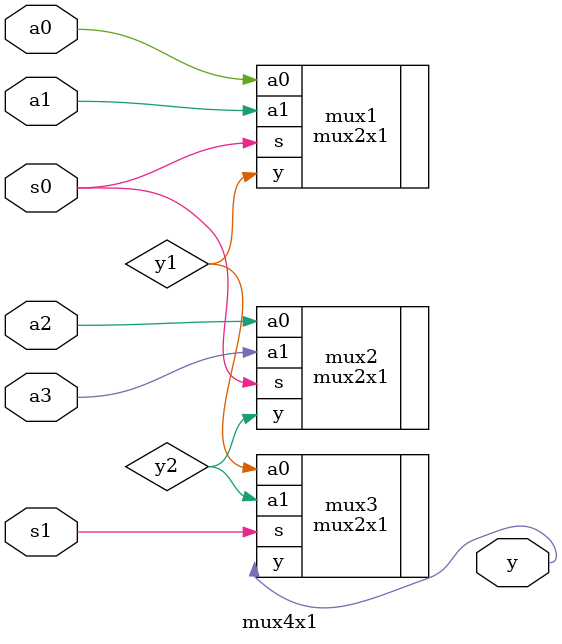
<source format=v>
`include "mux2x1.v"

module mux4x1(
  input s0,
  input s1,
  input a0,
  input a1,
  input a2,
  input a3,
  output y
);

	mux2x1 mux1 (
		.a0(a0),
		.a1(a1),
		.s(s0),
		.y(y1)
	);

  mux2x1 mux2 (
		.a0(a2),
		.a1(a3),
		.s(s0),
		.y(y2)
	);

  mux2x1 mux3 (
		.a0(y1), 
		.a1(y2), 
		.s(s1),
		.y(y)
	);

endmodule
</source>
